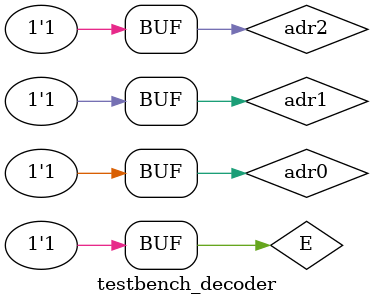
<source format=v>
`timescale 1ps/1ps

module testbench_decoder;
    // Declare inputs as reg
    reg adr0, adr1, adr2, E;

    // Declare output as wire
    wire Y0, Y1, Y2, Y3, Y4, Y5, Y6, Y7;
	

    decoder_3to8 DUT(
        .adr0(adr0),
        .adr1(adr1),
        .adr2(adr2),
        .E(E),
        .Y0(Y0),
        .Y1(Y1),
        .Y2(Y2),
        .Y3(Y3),
        .Y4(Y4),
        .Y5(Y5),
        .Y6(Y6),
        .Y7(Y7)
    );
    initial begin 

    // Display the header for the simulation results
    $display("Time\t r_w sel inp E | Y0 Y1 Y2 Y3 Y4 Y5 Y6 Y7");
    $display("-----------------------------");
        
    // Monitor signal changes and print them during simulation
    $monitor("%4dns\t %b   %b   %b  %b  |  %b  %b  %b  %b  %b  %b  %b  %b", $time, adr0, adr1, adr2, E, Y0, Y1, Y2, Y3, Y4, Y5, Y6, Y7);
        
	adr0=0; adr1=0; adr2=0; E=0;
	#10;
	adr0=0; adr1=0; adr2=1; E=0;
    #10;
	adr0=0; adr1=1; adr2=0; E=0;
    #10;
	adr0=0; adr1=1; adr2=1; E=0;
    #10;
	adr0=1; adr1=0; adr2=0; E=0;
    #10;
	adr0=1; adr1=0; adr2=1; E=0;
    #10;
	adr0=1; adr1=1; adr2=0; E=0;
    #10;
	adr0=1; adr1=1; adr2=1; E=0;
	#10;
    //enable 1
    adr0=0; adr1=0; adr2=0; E=1;
	#10;
	adr0=0; adr1=0; adr2=1; E=1;
    #10;
	adr0=0; adr1=1; adr2=0; E=1;
    #10;
	adr0=0; adr1=1; adr2=1; E=1;
    #10;
	adr0=1; adr1=0; adr2=0; E=1;
    #10;
	adr0=1; adr1=0; adr2=1; E=1;
    #10;
	adr0=1; adr1=1; adr2=0; E=1;
    #10;
	adr0=1; adr1=1; adr2=1; E=1;
    #10;  
    end
endmodule

</source>
